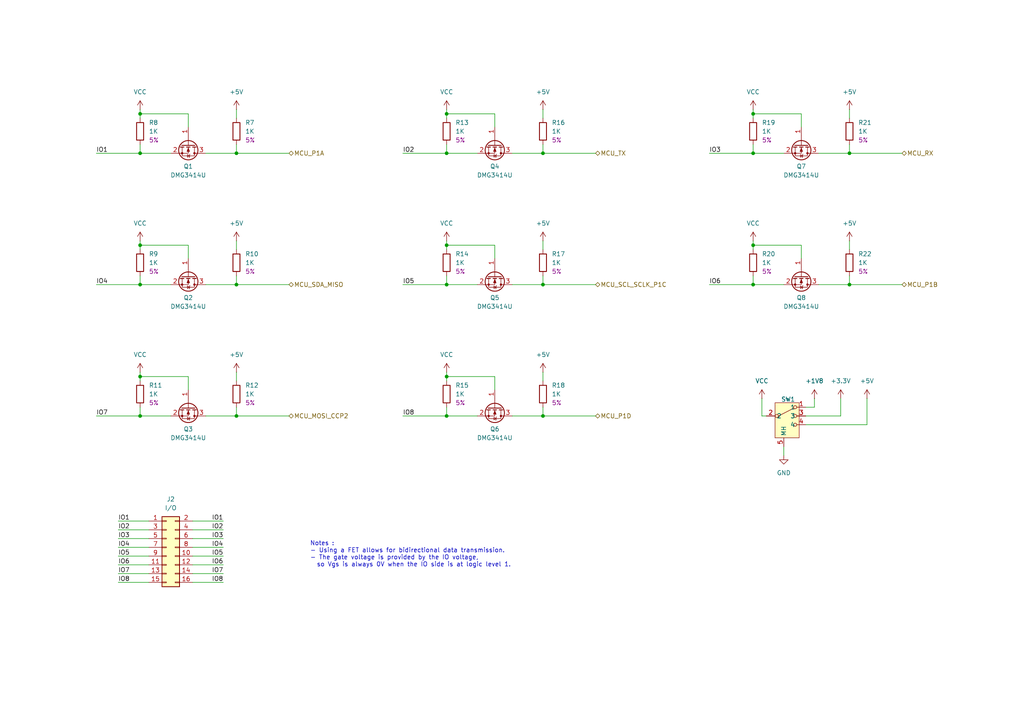
<source format=kicad_sch>
(kicad_sch (version 20250114) (generator "eeschema") (generator_version "9.0")
  (paper "A4")
  (title_block (title "Voltage shifter") (date "2025-09-07") (rev "1.0") (company "(C) Adrien RICCIARDI"))
  (lib_symbols
    (symbol "Connector_Generic:Conn_02x08_Odd_Even" (pin_names (offset 1.016) (hide yes))
      (property "Reference" "J" (at 1.27 10.16 0))
      (property "Value" "Conn_02x08_Odd_Even" (at 1.27 -12.7 0))
      (symbol "Conn_02x08_Odd_Even_1_1"
        (rectangle (start -1.27 8.89) (end 3.81 -11.43) (stroke (width 0.254)) (fill (type background)))
        (rectangle (start -1.27 7.747) (end 0 7.493) (stroke (width 0.1524)))
        (rectangle (start -1.27 5.207) (end 0 4.953) (stroke (width 0.1524)))
        (rectangle (start -1.27 2.667) (end 0 2.413) (stroke (width 0.1524)))
        (rectangle (start -1.27 0.127) (end 0 -0.127) (stroke (width 0.1524)))
        (rectangle (start -1.27 -2.413) (end 0 -2.667) (stroke (width 0.1524)))
        (rectangle (start -1.27 -4.953) (end 0 -5.207) (stroke (width 0.1524)))
        (rectangle (start -1.27 -7.493) (end 0 -7.747) (stroke (width 0.1524)))
        (rectangle (start -1.27 -10.033) (end 0 -10.287) (stroke (width 0.1524)))
        (rectangle (start 3.81 7.747) (end 2.54 7.493) (stroke (width 0.1524)))
        (rectangle (start 3.81 5.207) (end 2.54 4.953) (stroke (width 0.1524)))
        (rectangle (start 3.81 2.667) (end 2.54 2.413) (stroke (width 0.1524)))
        (rectangle (start 3.81 0.127) (end 2.54 -0.127) (stroke (width 0.1524)))
        (rectangle (start 3.81 -2.413) (end 2.54 -2.667) (stroke (width 0.1524)))
        (rectangle (start 3.81 -4.953) (end 2.54 -5.207) (stroke (width 0.1524)))
        (rectangle (start 3.81 -7.493) (end 2.54 -7.747) (stroke (width 0.1524)))
        (rectangle (start 3.81 -10.033) (end 2.54 -10.287) (stroke (width 0.1524)))
        (pin passive line (at -5.08 7.62 0) (length 3.81) (name "Pin_1") (number "1"))
        (pin passive line (at -5.08 5.08 0) (length 3.81) (name "Pin_3") (number "3"))
        (pin passive line (at -5.08 2.54 0) (length 3.81) (name "Pin_5") (number "5"))
        (pin passive line (at -5.08 0 0) (length 3.81) (name "Pin_7") (number "7"))
        (pin passive line (at -5.08 -2.54 0) (length 3.81) (name "Pin_9") (number "9"))
        (pin passive line (at -5.08 -5.08 0) (length 3.81) (name "Pin_11") (number "11"))
        (pin passive line (at -5.08 -7.62 0) (length 3.81) (name "Pin_13") (number "13"))
        (pin passive line (at -5.08 -10.16 0) (length 3.81) (name "Pin_15") (number "15"))
        (pin passive line (at 7.62 7.62 180) (length 3.81) (name "Pin_2") (number "2"))
        (pin passive line (at 7.62 5.08 180) (length 3.81) (name "Pin_4") (number "4"))
        (pin passive line (at 7.62 2.54 180) (length 3.81) (name "Pin_6") (number "6"))
        (pin passive line (at 7.62 0 180) (length 3.81) (name "Pin_8") (number "8"))
        (pin passive line (at 7.62 -2.54 180) (length 3.81) (name "Pin_10") (number "10"))
        (pin passive line (at 7.62 -5.08 180) (length 3.81) (name "Pin_12") (number "12"))
        (pin passive line (at 7.62 -7.62 180) (length 3.81) (name "Pin_14") (number "14"))
        (pin passive line (at 7.62 -10.16 180) (length 3.81) (name "Pin_16") (number "16"))
      )
    )
    (symbol "Device:R" (pin_numbers (hide yes)) (pin_names (offset 0))
      (property "Reference" "R" (at 2.032 0 90))
      (property "Value" "R" (at 0 0 90))
      (symbol "R_0_1"
        (rectangle (start -1.016 -2.54) (end 1.016 2.54) (stroke (width 0.254)))
      )
      (symbol "R_1_1"
        (pin passive line (at 0 3.81 270) (length 1.27) (name "~") (number "1"))
        (pin passive line (at 0 -3.81 90) (length 1.27) (name "~") (number "2"))
      )
    )
    (symbol "OS103011MA7QP1:OS103011MA7QP1"
      (property "Reference" "SW" (at -2.032 5.08 0))
      (symbol "OS103011MA7QP1_0_1"
        (circle (center -3.302 0) (radius 0.4572))
        (polyline (pts (xy -2.794 0) (xy 1.651 2.286)))
        (circle (center 2.032 2.54) (radius 0.4572))
        (circle (center 2.032 0) (radius 0.4572))
        (circle (center 2.032 -2.54) (radius 0.4572))
      )
      (symbol "OS103011MA7QP1_1_1"
        (rectangle (start -3.81 3.81) (end 3.175 -6.35) (fill (type background)))
        (pin passive line (at -6.35 0 0) (length 2.54) (name "2") (number "2"))
        (pin passive line (at -1.27 -8.89 90) (length 2.54) (name "MH") (number "5"))
        (pin passive line (at -1.27 -8.89 90) (length 2.54) (hide yes) (name "MH") (number "6"))
        (pin passive line (at 5.08 2.54 180) (length 2.54) (name "1") (number "1"))
        (pin passive line (at 5.08 0 180) (length 2.54) (name "3") (number "3"))
        (pin passive line (at 5.08 -2.54 180) (length 2.54) (name "4") (number "4"))
      )
    )
    (symbol "Transistor_FET:DMG3414U" (pin_names (hide yes))
      (property "Reference" "Q" (at 5.08 1.905 0))
      (property "Value" "DMG3414U" (at 5.08 0 0))
      (symbol "DMG3414U_0_1"
        (polyline (pts (xy 0.254 1.905) (xy 0.254 -1.905)) (stroke (width 0.254)))
        (polyline (pts (xy 0.254 0) (xy -2.54 0)))
        (polyline (pts (xy 0.762 2.286) (xy 0.762 1.27)) (stroke (width 0.254)))
        (polyline (pts (xy 0.762 0.508) (xy 0.762 -0.508)) (stroke (width 0.254)))
        (polyline (pts (xy 0.762 -1.27) (xy 0.762 -2.286)) (stroke (width 0.254)))
        (polyline (pts (xy 0.762 -1.778) (xy 3.302 -1.778) (xy 3.302 1.778) (xy 0.762 1.778)))
        (polyline (pts (xy 1.016 0) (xy 2.032 0.381) (xy 2.032 -0.381) (xy 1.016 0)) (fill (type outline)))
        (circle (center 1.651 0) (radius 2.794) (stroke (width 0.254)))
        (polyline (pts (xy 2.54 2.54) (xy 2.54 1.778)))
        (circle (center 2.54 1.778) (radius 0.254) (fill (type outline)))
        (circle (center 2.54 -1.778) (radius 0.254) (fill (type outline)))
        (polyline (pts (xy 2.54 -2.54) (xy 2.54 0) (xy 0.762 0)))
        (polyline (pts (xy 2.794 0.508) (xy 2.921 0.381) (xy 3.683 0.381) (xy 3.81 0.254)))
        (polyline (pts (xy 3.302 0.381) (xy 2.921 -0.254) (xy 3.683 -0.254) (xy 3.302 0.381)))
      )
      (symbol "DMG3414U_1_1"
        (pin input line (at -5.08 0 0) (length 2.54) (name "G") (number "1"))
        (pin passive line (at 2.54 5.08 270) (length 2.54) (name "D") (number "3"))
        (pin passive line (at 2.54 -5.08 90) (length 2.54) (name "S") (number "2"))
      )
    )
    (symbol "power:+1V8" (power) (pin_numbers (hide yes)) (pin_names (offset 0) (hide yes))
      (property "Value" "+1V8" (at 0 3.556 0))
      (symbol "+1V8_0_1"
        (polyline (pts (xy -0.762 1.27) (xy 0 2.54)))
        (polyline (pts (xy 0 2.54) (xy 0.762 1.27)))
        (polyline (pts (xy 0 0) (xy 0 2.54)))
      )
      (symbol "+1V8_1_1"
        (pin power_in line (at 0 0 90) (length 0) (name "~") (number "1"))
      )
    )
    (symbol "power:+3.3V" (power) (pin_numbers (hide yes)) (pin_names (offset 0) (hide yes))
      (property "Value" "+3.3V" (at 0 3.556 0))
      (symbol "+3.3V_0_1"
        (polyline (pts (xy -0.762 1.27) (xy 0 2.54)))
        (polyline (pts (xy 0 2.54) (xy 0.762 1.27)))
        (polyline (pts (xy 0 0) (xy 0 2.54)))
      )
      (symbol "+3.3V_1_1"
        (pin power_in line (at 0 0 90) (length 0) (name "~") (number "1"))
      )
    )
    (symbol "power:+5V" (power) (pin_numbers (hide yes)) (pin_names (offset 0) (hide yes))
      (property "Value" "+5V" (at 0 3.556 0))
      (symbol "+5V_0_1"
        (polyline (pts (xy -0.762 1.27) (xy 0 2.54)))
        (polyline (pts (xy 0 2.54) (xy 0.762 1.27)))
        (polyline (pts (xy 0 0) (xy 0 2.54)))
      )
      (symbol "+5V_1_1"
        (pin power_in line (at 0 0 90) (length 0) (name "~") (number "1"))
      )
    )
    (symbol "power:GND" (power) (pin_numbers (hide yes)) (pin_names (offset 0) (hide yes))
      (property "Value" "GND" (at 0 -3.81 0))
      (symbol "GND_0_1"
        (polyline (pts (xy 0 0) (xy 0 -1.27) (xy 1.27 -1.27) (xy 0 -2.54) (xy -1.27 -1.27) (xy 0 -1.27)))
      )
      (symbol "GND_1_1"
        (pin power_in line (at 0 0 270) (length 0) (name "~") (number "1"))
      )
    )
    (symbol "power:VCC" (power) (pin_numbers (hide yes)) (pin_names (offset 0) (hide yes))
      (property "Value" "VCC" (at 0 3.556 0))
      (symbol "VCC_0_1"
        (polyline (pts (xy -0.762 1.27) (xy 0 2.54)))
        (polyline (pts (xy 0 2.54) (xy 0.762 1.27)))
        (polyline (pts (xy 0 0) (xy 0 2.54)))
      )
      (symbol "VCC_1_1"
        (pin power_in line (at 0 0 90) (length 0) (name "~") (number "1"))
      )
    )
  )
  (text "Notes :\n- Using a FET allows for bidirectional data transmission.\n- The gate voltage is provided by the IO voltage,\n  so Vgs is always 0V when the IO side is at logic level 1.\n" (at 89.916 160.782 0) (effects (font (size 1.27 1.27)) (justify left)))
  (junction (at 129.54 82.55))
  (junction (at 40.64 44.45))
  (junction (at 129.54 109.22))
  (junction (at 40.64 109.22))
  (junction (at 40.64 71.12))
  (junction (at 218.44 82.55))
  (junction (at 68.58 120.65))
  (junction (at 218.44 44.45))
  (junction (at 129.54 44.45))
  (junction (at 40.64 33.02))
  (junction (at 218.44 71.12))
  (junction (at 129.54 71.12))
  (junction (at 129.54 33.02))
  (junction (at 246.38 82.55))
  (junction (at 129.54 120.65))
  (junction (at 68.58 44.45))
  (junction (at 157.48 120.65))
  (junction (at 68.58 82.55))
  (junction (at 157.48 44.45))
  (junction (at 246.38 44.45))
  (junction (at 40.64 82.55))
  (junction (at 157.48 82.55))
  (junction (at 40.64 120.65))
  (junction (at 218.44 33.02))
  (wire (pts (xy 129.54 71.12) (xy 129.54 72.39)))
  (wire (pts (xy 232.41 71.12) (xy 232.41 74.93)))
  (wire (pts (xy 143.51 71.12) (xy 143.51 74.93)))
  (wire (pts (xy 246.38 31.75) (xy 246.38 34.29)))
  (wire (pts (xy 40.64 71.12) (xy 40.64 72.39)))
  (wire (pts (xy 233.68 123.19) (xy 251.46 123.19)))
  (wire (pts (xy 143.51 109.22) (xy 143.51 113.03)))
  (wire (pts (xy 68.58 41.91) (xy 68.58 44.45)))
  (wire (pts (xy 233.68 118.11) (xy 236.22 118.11)))
  (wire (pts (xy 129.54 33.02) (xy 143.51 33.02)))
  (wire (pts (xy 40.64 80.01) (xy 40.64 82.55)))
  (wire (pts (xy 157.48 80.01) (xy 157.48 82.55)))
  (wire (pts (xy 40.64 33.02) (xy 40.64 34.29)))
  (wire (pts (xy 237.49 82.55) (xy 246.38 82.55)))
  (wire (pts (xy 68.58 69.85) (xy 68.58 72.39)))
  (wire (pts (xy 129.54 107.95) (xy 129.54 109.22)))
  (wire (pts (xy 68.58 82.55) (xy 83.82 82.55)))
  (wire (pts (xy 157.48 82.55) (xy 172.72 82.55)))
  (wire (pts (xy 40.64 69.85) (xy 40.64 71.12)))
  (wire (pts (xy 40.64 118.11) (xy 40.64 120.65)))
  (wire (pts (xy 246.38 82.55) (xy 261.62 82.55)))
  (wire (pts (xy 64.77 153.67) (xy 55.88 153.67)))
  (wire (pts (xy 246.38 69.85) (xy 246.38 72.39)))
  (wire (pts (xy 129.54 71.12) (xy 143.51 71.12)))
  (wire (pts (xy 40.64 109.22) (xy 40.64 110.49)))
  (wire (pts (xy 246.38 44.45) (xy 261.62 44.45)))
  (wire (pts (xy 116.84 44.45) (xy 129.54 44.45)))
  (wire (pts (xy 27.94 44.45) (xy 40.64 44.45)))
  (wire (pts (xy 246.38 80.01) (xy 246.38 82.55)))
  (wire (pts (xy 232.41 33.02) (xy 232.41 36.83)))
  (wire (pts (xy 27.94 82.55) (xy 40.64 82.55)))
  (wire (pts (xy 129.54 120.65) (xy 138.43 120.65)))
  (wire (pts (xy 243.84 120.65) (xy 243.84 115.57)))
  (wire (pts (xy 218.44 82.55) (xy 227.33 82.55)))
  (wire (pts (xy 68.58 118.11) (xy 68.58 120.65)))
  (wire (pts (xy 218.44 33.02) (xy 218.44 34.29)))
  (wire (pts (xy 40.64 109.22) (xy 54.61 109.22)))
  (wire (pts (xy 157.48 118.11) (xy 157.48 120.65)))
  (wire (pts (xy 34.29 156.21) (xy 43.18 156.21)))
  (wire (pts (xy 64.77 151.13) (xy 55.88 151.13)))
  (wire (pts (xy 129.54 44.45) (xy 138.43 44.45)))
  (wire (pts (xy 157.48 120.65) (xy 172.72 120.65)))
  (wire (pts (xy 129.54 41.91) (xy 129.54 44.45)))
  (wire (pts (xy 148.59 82.55) (xy 157.48 82.55)))
  (wire (pts (xy 237.49 44.45) (xy 246.38 44.45)))
  (wire (pts (xy 220.98 115.57) (xy 220.98 120.65)))
  (wire (pts (xy 27.94 120.65) (xy 40.64 120.65)))
  (wire (pts (xy 40.64 44.45) (xy 49.53 44.45)))
  (wire (pts (xy 129.54 109.22) (xy 143.51 109.22)))
  (wire (pts (xy 129.54 82.55) (xy 138.43 82.55)))
  (wire (pts (xy 236.22 118.11) (xy 236.22 115.57)))
  (wire (pts (xy 64.77 158.75) (xy 55.88 158.75)))
  (wire (pts (xy 34.29 166.37) (xy 43.18 166.37)))
  (wire (pts (xy 246.38 41.91) (xy 246.38 44.45)))
  (wire (pts (xy 251.46 123.19) (xy 251.46 115.57)))
  (wire (pts (xy 129.54 31.75) (xy 129.54 33.02)))
  (wire (pts (xy 34.29 151.13) (xy 43.18 151.13)))
  (wire (pts (xy 64.77 168.91) (xy 55.88 168.91)))
  (wire (pts (xy 233.68 120.65) (xy 243.84 120.65)))
  (wire (pts (xy 34.29 163.83) (xy 43.18 163.83)))
  (wire (pts (xy 129.54 109.22) (xy 129.54 110.49)))
  (wire (pts (xy 218.44 80.01) (xy 218.44 82.55)))
  (wire (pts (xy 143.51 33.02) (xy 143.51 36.83)))
  (wire (pts (xy 59.69 44.45) (xy 68.58 44.45)))
  (wire (pts (xy 64.77 163.83) (xy 55.88 163.83)))
  (wire (pts (xy 68.58 31.75) (xy 68.58 34.29)))
  (wire (pts (xy 68.58 107.95) (xy 68.58 110.49)))
  (wire (pts (xy 205.74 44.45) (xy 218.44 44.45)))
  (wire (pts (xy 34.29 153.67) (xy 43.18 153.67)))
  (wire (pts (xy 40.64 31.75) (xy 40.64 33.02)))
  (wire (pts (xy 68.58 44.45) (xy 83.82 44.45)))
  (wire (pts (xy 54.61 33.02) (xy 54.61 36.83)))
  (wire (pts (xy 54.61 109.22) (xy 54.61 113.03)))
  (wire (pts (xy 227.33 129.54) (xy 227.33 132.08)))
  (wire (pts (xy 157.48 44.45) (xy 172.72 44.45)))
  (wire (pts (xy 68.58 80.01) (xy 68.58 82.55)))
  (wire (pts (xy 157.48 107.95) (xy 157.48 110.49)))
  (wire (pts (xy 54.61 71.12) (xy 54.61 74.93)))
  (wire (pts (xy 40.64 41.91) (xy 40.64 44.45)))
  (wire (pts (xy 129.54 118.11) (xy 129.54 120.65)))
  (wire (pts (xy 129.54 33.02) (xy 129.54 34.29)))
  (wire (pts (xy 218.44 44.45) (xy 227.33 44.45)))
  (wire (pts (xy 116.84 82.55) (xy 129.54 82.55)))
  (wire (pts (xy 148.59 120.65) (xy 157.48 120.65)))
  (wire (pts (xy 64.77 156.21) (xy 55.88 156.21)))
  (wire (pts (xy 34.29 168.91) (xy 43.18 168.91)))
  (wire (pts (xy 157.48 41.91) (xy 157.48 44.45)))
  (wire (pts (xy 157.48 31.75) (xy 157.48 34.29)))
  (wire (pts (xy 220.98 120.65) (xy 222.25 120.65)))
  (wire (pts (xy 218.44 33.02) (xy 232.41 33.02)))
  (wire (pts (xy 129.54 69.85) (xy 129.54 71.12)))
  (wire (pts (xy 218.44 71.12) (xy 232.41 71.12)))
  (wire (pts (xy 40.64 33.02) (xy 54.61 33.02)))
  (wire (pts (xy 218.44 71.12) (xy 218.44 72.39)))
  (wire (pts (xy 40.64 71.12) (xy 54.61 71.12)))
  (wire (pts (xy 218.44 41.91) (xy 218.44 44.45)))
  (wire (pts (xy 59.69 120.65) (xy 68.58 120.65)))
  (wire (pts (xy 205.74 82.55) (xy 218.44 82.55)))
  (wire (pts (xy 218.44 69.85) (xy 218.44 71.12)))
  (wire (pts (xy 148.59 44.45) (xy 157.48 44.45)))
  (wire (pts (xy 129.54 80.01) (xy 129.54 82.55)))
  (wire (pts (xy 40.64 107.95) (xy 40.64 109.22)))
  (wire (pts (xy 64.77 161.29) (xy 55.88 161.29)))
  (wire (pts (xy 40.64 120.65) (xy 49.53 120.65)))
  (wire (pts (xy 59.69 82.55) (xy 68.58 82.55)))
  (wire (pts (xy 68.58 120.65) (xy 83.82 120.65)))
  (wire (pts (xy 218.44 31.75) (xy 218.44 33.02)))
  (wire (pts (xy 34.29 158.75) (xy 43.18 158.75)))
  (wire (pts (xy 40.64 82.55) (xy 49.53 82.55)))
  (wire (pts (xy 64.77 166.37) (xy 55.88 166.37)))
  (wire (pts (xy 116.84 120.65) (xy 129.54 120.65)))
  (wire (pts (xy 34.29 161.29) (xy 43.18 161.29)))
  (wire (pts (xy 157.48 69.85) (xy 157.48 72.39)))
  (label "IO7" (at 34.29 166.37 0))
  (label "IO4" (at 27.94 82.55 0))
  (label "IO3" (at 64.77 156.21 180))
  (label "IO5" (at 116.84 82.55 0))
  (label "IO1" (at 64.77 151.13 180))
  (label "IO4" (at 34.29 158.75 0))
  (label "IO3" (at 205.74 44.45 0))
  (label "IO5" (at 64.77 161.29 180))
  (label "IO8" (at 64.77 168.91 180))
  (label "IO6" (at 34.29 163.83 0))
  (label "IO2" (at 34.29 153.67 0))
  (label "IO8" (at 116.84 120.65 0))
  (label "IO1" (at 27.94 44.45 0))
  (label "IO7" (at 27.94 120.65 0))
  (label "IO4" (at 64.77 158.75 180))
  (label "IO6" (at 64.77 163.83 180))
  (label "IO2" (at 64.77 153.67 180))
  (label "IO2" (at 116.84 44.45 0))
  (label "IO8" (at 34.29 168.91 0))
  (label "IO6" (at 205.74 82.55 0))
  (label "IO1" (at 34.29 151.13 0))
  (label "IO5" (at 34.29 161.29 0))
  (label "IO3" (at 34.29 156.21 0))
  (label "IO7" (at 64.77 166.37 180))
  (hierarchical_label "MCU_P1A" (shape bidirectional) (at 83.82 44.45 0))
  (hierarchical_label "MCU_SDA_MISO" (shape bidirectional) (at 83.82 82.55 0))
  (hierarchical_label "MCU_SCL_SCLK_P1C" (shape bidirectional) (at 172.72 82.55 0))
  (hierarchical_label "MCU_RX" (shape bidirectional) (at 261.62 44.45 0))
  (hierarchical_label "MCU_MOSI_CCP2" (shape bidirectional) (at 83.82 120.65 0))
  (hierarchical_label "MCU_P1D" (shape bidirectional) (at 172.72 120.65 0))
  (hierarchical_label "MCU_P1B" (shape bidirectional) (at 261.62 82.55 0))
  (hierarchical_label "MCU_TX" (shape bidirectional) (at 172.72 44.45 0))
  (symbol (lib_id "power:VCC") (at 40.64 31.75 0) (unit 1)
    (property "Reference" "#PWR018" (effects (hide yes)))
    (property "Value" "VCC" (at 40.64 26.67 0))
    (property "Description" "Power symbol creates a global label with name \"VCC\"" (effects (hide yes)))
  )
  (symbol (lib_id "power:VCC") (at 129.54 31.75 0) (unit 1)
    (property "Reference" "#PWR019" (effects (hide yes)))
    (property "Value" "VCC" (at 129.54 26.67 0))
    (property "Description" "Power symbol creates a global label with name \"VCC\"" (effects (hide yes)))
  )
  (symbol (lib_id "power:+5V") (at 246.38 31.75 0) (unit 1)
    (property "Reference" "#PWR027" (effects (hide yes)))
    (property "Value" "+5V" (at 246.38 26.67 0))
    (property "Description" "Power symbol creates a global label with name \"+5V\"" (effects (hide yes)))
  )
  (symbol (lib_id "Transistor_FET:DMG3414U") (at 54.61 118.11 270) (unit 1)
    (property "Reference" "Q3" (at 54.61 124.46 90))
    (property "Value" "DMG3414U" (at 54.61 127 90))
    (property "Footprint" "Package_TO_SOT_SMD:SOT-23" (effects (hide yes)))
    (property "Datasheet" "http://www.diodes.com/assets/Datasheets/ds31739.pdf" (effects (hide yes)))
    (property "Description" "4.2A Id, 20V Vds, N-Channel MOSFET, SOT-23" (effects (hide yes)))
  )
  (symbol (lib_id "power:+5V") (at 157.48 31.75 0) (unit 1)
    (property "Reference" "#PWR022" (effects (hide yes)))
    (property "Value" "+5V" (at 157.48 26.67 0))
    (property "Description" "Power symbol creates a global label with name \"+5V\"" (effects (hide yes)))
  )
  (symbol (lib_id "Transistor_FET:DMG3414U") (at 143.51 41.91 270) (unit 1)
    (property "Reference" "Q4" (at 143.51 48.26 90))
    (property "Value" "DMG3414U" (at 143.51 50.8 90))
    (property "Footprint" "Package_TO_SOT_SMD:SOT-23" (effects (hide yes)))
    (property "Datasheet" "http://www.diodes.com/assets/Datasheets/ds31739.pdf" (effects (hide yes)))
    (property "Description" "4.2A Id, 20V Vds, N-Channel MOSFET, SOT-23" (effects (hide yes)))
  )
  (symbol (lib_id "Device:R") (at 68.58 76.2 180) (unit 1)
    (property "Reference" "R10" (at 71.12 73.6599 0) (effects (justify right)))
    (property "Value" "1K" (at 71.12 76.1999 0) (effects (justify right)))
    (property "Footprint" "Resistor_SMD:R_0603_1608Metric_Pad0.98x0.95mm_HandSolder" (effects (hide yes)))
    (property "Value2" "5%" (at 71.12 78.7399 0) (effects (justify right)))
  )
  (symbol (lib_id "Device:R") (at 218.44 38.1 180) (unit 1)
    (property "Reference" "R19" (at 220.98 35.5599 0) (effects (justify right)))
    (property "Value" "1K" (at 220.98 38.0999 0) (effects (justify right)))
    (property "Footprint" "Resistor_SMD:R_0603_1608Metric_Pad0.98x0.95mm_HandSolder" (effects (hide yes)))
    (property "Value2" "5%" (at 220.98 40.6399 0) (effects (justify right)))
  )
  (symbol (lib_id "power:VCC") (at 129.54 107.95 0) (unit 1)
    (property "Reference" "#PWR021" (effects (hide yes)))
    (property "Value" "VCC" (at 129.54 102.87 0))
    (property "Description" "Power symbol creates a global label with name \"VCC\"" (effects (hide yes)))
  )
  (symbol (lib_id "power:+1V8") (at 236.22 115.57 0) (unit 1)
    (property "Reference" "#PWR033" (effects (hide yes)))
    (property "Value" "+1V8" (at 236.22 110.49 0))
    (property "Description" "Power symbol creates a global label with name \"+1V8\"" (effects (hide yes)))
  )
  (symbol (lib_id "power:+5V") (at 157.48 107.95 0) (unit 1)
    (property "Reference" "#PWR024" (effects (hide yes)))
    (property "Value" "+5V" (at 157.48 102.87 0))
    (property "Description" "Power symbol creates a global label with name \"+5V\"" (effects (hide yes)))
  )
  (symbol (lib_id "power:VCC") (at 218.44 69.85 0) (unit 1)
    (property "Reference" "#PWR026" (effects (hide yes)))
    (property "Value" "VCC" (at 218.44 64.77 0))
    (property "Description" "Power symbol creates a global label with name \"VCC\"" (effects (hide yes)))
  )
  (symbol (lib_id "Transistor_FET:DMG3414U") (at 54.61 41.91 270) (unit 1)
    (property "Reference" "Q1" (at 54.61 48.26 90))
    (property "Value" "DMG3414U" (at 54.61 50.8 90))
    (property "Footprint" "Package_TO_SOT_SMD:SOT-23" (effects (hide yes)))
    (property "Datasheet" "http://www.diodes.com/assets/Datasheets/ds31739.pdf" (effects (hide yes)))
    (property "Description" "4.2A Id, 20V Vds, N-Channel MOSFET, SOT-23" (effects (hide yes)))
  )
  (symbol (lib_id "Transistor_FET:DMG3414U") (at 54.61 80.01 270) (unit 1)
    (property "Reference" "Q2" (at 54.61 86.36 90))
    (property "Value" "DMG3414U" (at 54.61 88.9 90))
    (property "Footprint" "Package_TO_SOT_SMD:SOT-23" (effects (hide yes)))
    (property "Datasheet" "http://www.diodes.com/assets/Datasheets/ds31739.pdf" (effects (hide yes)))
    (property "Description" "4.2A Id, 20V Vds, N-Channel MOSFET, SOT-23" (effects (hide yes)))
  )
  (symbol (lib_id "power:VCC") (at 129.54 69.85 0) (unit 1)
    (property "Reference" "#PWR020" (effects (hide yes)))
    (property "Value" "VCC" (at 129.54 64.77 0))
    (property "Description" "Power symbol creates a global label with name \"VCC\"" (effects (hide yes)))
  )
  (symbol (lib_id "Device:R") (at 157.48 114.3 180) (unit 1)
    (property "Reference" "R18" (at 160.02 111.7599 0) (effects (justify right)))
    (property "Value" "1K" (at 160.02 114.2999 0) (effects (justify right)))
    (property "Footprint" "Resistor_SMD:R_0603_1608Metric_Pad0.98x0.95mm_HandSolder" (effects (hide yes)))
    (property "Value2" "5%" (at 160.02 116.8399 0) (effects (justify right)))
  )
  (symbol (lib_id "Transistor_FET:DMG3414U") (at 143.51 80.01 270) (unit 1)
    (property "Reference" "Q5" (at 143.51 86.36 90))
    (property "Value" "DMG3414U" (at 143.51 88.9 90))
    (property "Footprint" "Package_TO_SOT_SMD:SOT-23" (effects (hide yes)))
    (property "Datasheet" "http://www.diodes.com/assets/Datasheets/ds31739.pdf" (effects (hide yes)))
    (property "Description" "4.2A Id, 20V Vds, N-Channel MOSFET, SOT-23" (effects (hide yes)))
  )
  (symbol (lib_id "Device:R") (at 129.54 76.2 180) (unit 1)
    (property "Reference" "R14" (at 132.08 73.6599 0) (effects (justify right)))
    (property "Value" "1K" (at 132.08 76.1999 0) (effects (justify right)))
    (property "Footprint" "Resistor_SMD:R_0603_1608Metric_Pad0.98x0.95mm_HandSolder" (effects (hide yes)))
    (property "Value2" "5%" (at 132.08 78.7399 0) (effects (justify right)))
  )
  (symbol (lib_id "Device:R") (at 129.54 38.1 180) (unit 1)
    (property "Reference" "R13" (at 132.08 35.5599 0) (effects (justify right)))
    (property "Value" "1K" (at 132.08 38.0999 0) (effects (justify right)))
    (property "Footprint" "Resistor_SMD:R_0603_1608Metric_Pad0.98x0.95mm_HandSolder" (effects (hide yes)))
    (property "Value2" "5%" (at 132.08 40.6399 0) (effects (justify right)))
  )
  (symbol (lib_id "power:+3.3V") (at 243.84 115.57 0) (unit 1)
    (property "Reference" "#PWR032" (effects (hide yes)))
    (property "Value" "+3.3V" (at 243.84 110.49 0))
    (property "Description" "Power symbol creates a global label with name \"+3.3V\"" (effects (hide yes)))
  )
  (symbol (lib_id "Device:R") (at 68.58 114.3 180) (unit 1)
    (property "Reference" "R12" (at 71.12 111.7599 0) (effects (justify right)))
    (property "Value" "1K" (at 71.12 114.2999 0) (effects (justify right)))
    (property "Footprint" "Resistor_SMD:R_0603_1608Metric_Pad0.98x0.95mm_HandSolder" (effects (hide yes)))
    (property "Value2" "5%" (at 71.12 116.8399 0) (effects (justify right)))
  )
  (symbol (lib_id "power:+5V") (at 68.58 107.95 0) (unit 1)
    (property "Reference" "#PWR08" (effects (hide yes)))
    (property "Value" "+5V" (at 68.58 102.87 0))
    (property "Description" "Power symbol creates a global label with name \"+5V\"" (effects (hide yes)))
  )
  (symbol (lib_id "power:+5V") (at 68.58 69.85 0) (unit 1)
    (property "Reference" "#PWR06" (effects (hide yes)))
    (property "Value" "+5V" (at 68.58 64.77 0))
    (property "Description" "Power symbol creates a global label with name \"+5V\"" (effects (hide yes)))
  )
  (symbol (lib_id "power:VCC") (at 40.64 107.95 0) (unit 1)
    (property "Reference" "#PWR07" (effects (hide yes)))
    (property "Value" "VCC" (at 40.64 102.87 0))
    (property "Description" "Power symbol creates a global label with name \"VCC\"" (effects (hide yes)))
  )
  (symbol (lib_id "Device:R") (at 68.58 38.1 180) (unit 1)
    (property "Reference" "R7" (at 71.12 35.5599 0) (effects (justify right)))
    (property "Value" "1K" (at 71.12 38.0999 0) (effects (justify right)))
    (property "Footprint" "Resistor_SMD:R_0603_1608Metric_Pad0.98x0.95mm_HandSolder" (effects (hide yes)))
    (property "Value2" "5%" (at 71.12 40.6399 0) (effects (justify right)))
  )
  (symbol (lib_id "Connector_Generic:Conn_02x08_Odd_Even") (at 48.26 158.75 0) (unit 1)
    (property "Reference" "J2" (at 49.53 144.78 0))
    (property "Value" "I/O" (at 49.53 147.32 0))
    (property "Footprint" "Connector_PinHeader_2.54mm:PinHeader_2x08_P2.54mm_Horizontal" (effects (hide yes)))
    (property "Description" "I/O" (effects (hide yes)))
  )
  (symbol (lib_id "Device:R") (at 40.64 114.3 180) (unit 1)
    (property "Reference" "R11" (at 43.18 111.7599 0) (effects (justify right)))
    (property "Value" "1K" (at 43.18 114.2999 0) (effects (justify right)))
    (property "Footprint" "Resistor_SMD:R_0603_1608Metric_Pad0.98x0.95mm_HandSolder" (effects (hide yes)))
    (property "Value2" "5%" (at 43.18 116.8399 0) (effects (justify right)))
  )
  (symbol (lib_id "Transistor_FET:DMG3414U") (at 143.51 118.11 270) (unit 1)
    (property "Reference" "Q6" (at 143.51 124.46 90))
    (property "Value" "DMG3414U" (at 143.51 127 90))
    (property "Footprint" "Package_TO_SOT_SMD:SOT-23" (effects (hide yes)))
    (property "Datasheet" "http://www.diodes.com/assets/Datasheets/ds31739.pdf" (effects (hide yes)))
    (property "Description" "4.2A Id, 20V Vds, N-Channel MOSFET, SOT-23" (effects (hide yes)))
  )
  (symbol (lib_id "power:VCC") (at 220.98 115.57 0) (unit 1)
    (property "Reference" "#PWR030" (effects (hide yes)))
    (property "Value" "VCC" (at 220.98 110.49 0))
    (property "Description" "Power symbol creates a global label with name \"VCC\"" (effects (hide yes)))
  )
  (symbol (lib_id "Transistor_FET:DMG3414U") (at 232.41 80.01 270) (unit 1)
    (property "Reference" "Q8" (at 232.41 86.36 90))
    (property "Value" "DMG3414U" (at 232.41 88.9 90))
    (property "Footprint" "Package_TO_SOT_SMD:SOT-23" (effects (hide yes)))
    (property "Datasheet" "http://www.diodes.com/assets/Datasheets/ds31739.pdf" (effects (hide yes)))
    (property "Description" "4.2A Id, 20V Vds, N-Channel MOSFET, SOT-23" (effects (hide yes)))
  )
  (symbol (lib_id "power:+5V") (at 68.58 31.75 0) (unit 1)
    (property "Reference" "#PWR017" (effects (hide yes)))
    (property "Value" "+5V" (at 68.58 26.67 0))
    (property "Description" "Power symbol creates a global label with name \"+5V\"" (effects (hide yes)))
  )
  (symbol (lib_id "Device:R") (at 246.38 76.2 180) (unit 1)
    (property "Reference" "R22" (at 248.92 73.6599 0) (effects (justify right)))
    (property "Value" "1K" (at 248.92 76.1999 0) (effects (justify right)))
    (property "Footprint" "Resistor_SMD:R_0603_1608Metric_Pad0.98x0.95mm_HandSolder" (effects (hide yes)))
    (property "Value2" "5%" (at 248.92 78.7399 0) (effects (justify right)))
  )
  (symbol (lib_id "Device:R") (at 246.38 38.1 180) (unit 1)
    (property "Reference" "R21" (at 248.92 35.5599 0) (effects (justify right)))
    (property "Value" "1K" (at 248.92 38.0999 0) (effects (justify right)))
    (property "Footprint" "Resistor_SMD:R_0603_1608Metric_Pad0.98x0.95mm_HandSolder" (effects (hide yes)))
    (property "Value2" "5%" (at 248.92 40.6399 0) (effects (justify right)))
  )
  (symbol (lib_id "Device:R") (at 40.64 38.1 180) (unit 1)
    (property "Reference" "R8" (at 43.18 35.5599 0) (effects (justify right)))
    (property "Value" "1K" (at 43.18 38.0999 0) (effects (justify right)))
    (property "Footprint" "Resistor_SMD:R_0603_1608Metric_Pad0.98x0.95mm_HandSolder" (effects (hide yes)))
    (property "Value2" "5%" (at 43.18 40.6399 0) (effects (justify right)))
  )
  (symbol (lib_id "power:+5V") (at 246.38 69.85 0) (unit 1)
    (property "Reference" "#PWR028" (effects (hide yes)))
    (property "Value" "+5V" (at 246.38 64.77 0))
    (property "Description" "Power symbol creates a global label with name \"+5V\"" (effects (hide yes)))
  )
  (symbol (lib_id "Device:R") (at 129.54 114.3 180) (unit 1)
    (property "Reference" "R15" (at 132.08 111.7599 0) (effects (justify right)))
    (property "Value" "1K" (at 132.08 114.2999 0) (effects (justify right)))
    (property "Footprint" "Resistor_SMD:R_0603_1608Metric_Pad0.98x0.95mm_HandSolder" (effects (hide yes)))
    (property "Value2" "5%" (at 132.08 116.8399 0) (effects (justify right)))
  )
  (symbol (lib_id "Device:R") (at 218.44 76.2 180) (unit 1)
    (property "Reference" "R20" (at 220.98 73.6599 0) (effects (justify right)))
    (property "Value" "1K" (at 220.98 76.1999 0) (effects (justify right)))
    (property "Footprint" "Resistor_SMD:R_0603_1608Metric_Pad0.98x0.95mm_HandSolder" (effects (hide yes)))
    (property "Value2" "5%" (at 220.98 78.7399 0) (effects (justify right)))
  )
  (symbol (lib_id "Device:R") (at 40.64 76.2 180) (unit 1)
    (property "Reference" "R9" (at 43.18 73.6599 0) (effects (justify right)))
    (property "Value" "1K" (at 43.18 76.1999 0) (effects (justify right)))
    (property "Footprint" "Resistor_SMD:R_0603_1608Metric_Pad0.98x0.95mm_HandSolder" (effects (hide yes)))
    (property "Value2" "5%" (at 43.18 78.7399 0) (effects (justify right)))
  )
  (symbol (lib_id "Device:R") (at 157.48 76.2 180) (unit 1)
    (property "Reference" "R17" (at 160.02 73.6599 0) (effects (justify right)))
    (property "Value" "1K" (at 160.02 76.1999 0) (effects (justify right)))
    (property "Footprint" "Resistor_SMD:R_0603_1608Metric_Pad0.98x0.95mm_HandSolder" (effects (hide yes)))
    (property "Value2" "5%" (at 160.02 78.7399 0) (effects (justify right)))
  )
  (symbol (lib_id "power:GND") (at 227.33 132.08 0) (unit 1)
    (property "Reference" "#PWR034" (effects (hide yes)))
    (property "Value" "GND" (at 227.33 137.16 0))
    (property "Description" "Power symbol creates a global label with name \"GND\" , ground" (effects (hide yes)))
  )
  (symbol (lib_id "power:+5V") (at 251.46 115.57 0) (unit 1)
    (property "Reference" "#PWR031" (effects (hide yes)))
    (property "Value" "+5V" (at 251.46 110.49 0))
    (property "Description" "Power symbol creates a global label with name \"+5V\"" (effects (hide yes)))
  )
  (symbol (lib_id "Transistor_FET:DMG3414U") (at 232.41 41.91 270) (unit 1)
    (property "Reference" "Q7" (at 232.41 48.26 90))
    (property "Value" "DMG3414U" (at 232.41 50.8 90))
    (property "Footprint" "Package_TO_SOT_SMD:SOT-23" (effects (hide yes)))
    (property "Datasheet" "http://www.diodes.com/assets/Datasheets/ds31739.pdf" (effects (hide yes)))
    (property "Description" "4.2A Id, 20V Vds, N-Channel MOSFET, SOT-23" (effects (hide yes)))
  )
  (symbol (lib_id "power:VCC") (at 40.64 69.85 0) (unit 1)
    (property "Reference" "#PWR05" (effects (hide yes)))
    (property "Value" "VCC" (at 40.64 64.77 0))
    (property "Description" "Power symbol creates a global label with name \"VCC\"" (effects (hide yes)))
  )
  (symbol (lib_id "OS103011MA7QP1:OS103011MA7QP1") (at 228.6 120.65 0) (unit 1)
    (property "Reference" "SW1" (at 228.6 115.824 0))
    (property "Value" "~" (at 228.2825 115.57 0))
    (property "Footprint" "OS103011MA7QP1:OS103011MA7QP1" (effects (hide yes)))
  )
  (symbol (lib_id "power:+5V") (at 157.48 69.85 0) (unit 1)
    (property "Reference" "#PWR023" (effects (hide yes)))
    (property "Value" "+5V" (at 157.48 64.77 0))
    (property "Description" "Power symbol creates a global label with name \"+5V\"" (effects (hide yes)))
  )
  (symbol (lib_id "power:VCC") (at 218.44 31.75 0) (unit 1)
    (property "Reference" "#PWR025" (effects (hide yes)))
    (property "Value" "VCC" (at 218.44 26.67 0))
    (property "Description" "Power symbol creates a global label with name \"VCC\"" (effects (hide yes)))
  )
  (symbol (lib_id "Device:R") (at 157.48 38.1 180) (unit 1)
    (property "Reference" "R16" (at 160.02 35.5599 0) (effects (justify right)))
    (property "Value" "1K" (at 160.02 38.0999 0) (effects (justify right)))
    (property "Footprint" "Resistor_SMD:R_0603_1608Metric_Pad0.98x0.95mm_HandSolder" (effects (hide yes)))
    (property "Value2" "5%" (at 160.02 40.6399 0) (effects (justify right)))
  )
)
</source>
